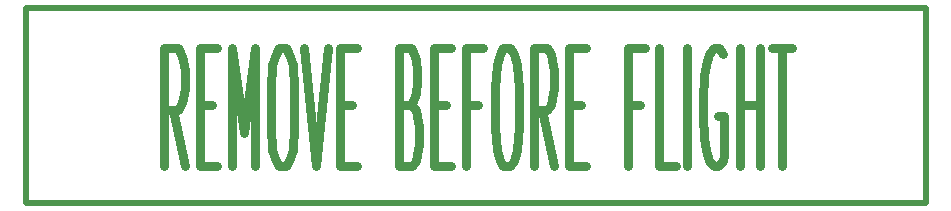
<source format=gbr>
%TF.GenerationSoftware,KiCad,Pcbnew,(5.1.12-1-10_14)*%
%TF.CreationDate,2022-04-14T08:48:01-04:00*%
%TF.ProjectId,Remove_Before_Flight,52656d6f-7665-45f4-9265-666f72655f46,rev?*%
%TF.SameCoordinates,Original*%
%TF.FileFunction,Legend,Top*%
%TF.FilePolarity,Positive*%
%FSLAX46Y46*%
G04 Gerber Fmt 4.6, Leading zero omitted, Abs format (unit mm)*
G04 Created by KiCad (PCBNEW (5.1.12-1-10_14)) date 2022-04-14 08:48:01*
%MOMM*%
%LPD*%
G01*
G04 APERTURE LIST*
%ADD10C,0.500000*%
%ADD11C,0.750000*%
G04 APERTURE END LIST*
D10*
X121920000Y-107950000D02*
X121920000Y-91440000D01*
X198120000Y-107950000D02*
X121920000Y-107950000D01*
X198120000Y-91440000D02*
X198120000Y-107950000D01*
X121920000Y-91440000D02*
X198120000Y-91440000D01*
D11*
X135377142Y-104853809D02*
X134377142Y-100091904D01*
X133662857Y-104853809D02*
X133662857Y-94853809D01*
X134805714Y-94853809D01*
X135091428Y-95330000D01*
X135234285Y-95806190D01*
X135377142Y-96758571D01*
X135377142Y-98187142D01*
X135234285Y-99139523D01*
X135091428Y-99615714D01*
X134805714Y-100091904D01*
X133662857Y-100091904D01*
X136662857Y-99615714D02*
X137662857Y-99615714D01*
X138091428Y-104853809D02*
X136662857Y-104853809D01*
X136662857Y-94853809D01*
X138091428Y-94853809D01*
X139377142Y-104853809D02*
X139377142Y-94853809D01*
X140377142Y-101996666D01*
X141377142Y-94853809D01*
X141377142Y-104853809D01*
X143377142Y-94853809D02*
X143948571Y-94853809D01*
X144234285Y-95330000D01*
X144520000Y-96282380D01*
X144662857Y-98187142D01*
X144662857Y-101520476D01*
X144520000Y-103425238D01*
X144234285Y-104377619D01*
X143948571Y-104853809D01*
X143377142Y-104853809D01*
X143091428Y-104377619D01*
X142805714Y-103425238D01*
X142662857Y-101520476D01*
X142662857Y-98187142D01*
X142805714Y-96282380D01*
X143091428Y-95330000D01*
X143377142Y-94853809D01*
X145520000Y-94853809D02*
X146520000Y-104853809D01*
X147520000Y-94853809D01*
X148520000Y-99615714D02*
X149520000Y-99615714D01*
X149948571Y-104853809D02*
X148520000Y-104853809D01*
X148520000Y-94853809D01*
X149948571Y-94853809D01*
X154519999Y-99615714D02*
X154948571Y-100091904D01*
X155091428Y-100568095D01*
X155234285Y-101520476D01*
X155234285Y-102949047D01*
X155091428Y-103901428D01*
X154948571Y-104377619D01*
X154662857Y-104853809D01*
X153519999Y-104853809D01*
X153519999Y-94853809D01*
X154519999Y-94853809D01*
X154805714Y-95330000D01*
X154948571Y-95806190D01*
X155091428Y-96758571D01*
X155091428Y-97710952D01*
X154948571Y-98663333D01*
X154805714Y-99139523D01*
X154519999Y-99615714D01*
X153519999Y-99615714D01*
X156519999Y-99615714D02*
X157519999Y-99615714D01*
X157948571Y-104853809D02*
X156519999Y-104853809D01*
X156519999Y-94853809D01*
X157948571Y-94853809D01*
X160234285Y-99615714D02*
X159234285Y-99615714D01*
X159234285Y-104853809D02*
X159234285Y-94853809D01*
X160662857Y-94853809D01*
X162377142Y-94853809D02*
X162948571Y-94853809D01*
X163234285Y-95330000D01*
X163519999Y-96282380D01*
X163662857Y-98187142D01*
X163662857Y-101520476D01*
X163519999Y-103425238D01*
X163234285Y-104377619D01*
X162948571Y-104853809D01*
X162377142Y-104853809D01*
X162091428Y-104377619D01*
X161805714Y-103425238D01*
X161662857Y-101520476D01*
X161662857Y-98187142D01*
X161805714Y-96282380D01*
X162091428Y-95330000D01*
X162377142Y-94853809D01*
X166662857Y-104853809D02*
X165662857Y-100091904D01*
X164948571Y-104853809D02*
X164948571Y-94853809D01*
X166091428Y-94853809D01*
X166377142Y-95330000D01*
X166519999Y-95806190D01*
X166662857Y-96758571D01*
X166662857Y-98187142D01*
X166519999Y-99139523D01*
X166377142Y-99615714D01*
X166091428Y-100091904D01*
X164948571Y-100091904D01*
X167948571Y-99615714D02*
X168948571Y-99615714D01*
X169377142Y-104853809D02*
X167948571Y-104853809D01*
X167948571Y-94853809D01*
X169377142Y-94853809D01*
X173948571Y-99615714D02*
X172948571Y-99615714D01*
X172948571Y-104853809D02*
X172948571Y-94853809D01*
X174377142Y-94853809D01*
X176948571Y-104853809D02*
X175520000Y-104853809D01*
X175520000Y-94853809D01*
X177948571Y-104853809D02*
X177948571Y-94853809D01*
X180948571Y-95330000D02*
X180662857Y-94853809D01*
X180234285Y-94853809D01*
X179805714Y-95330000D01*
X179519999Y-96282380D01*
X179377142Y-97234761D01*
X179234285Y-99139523D01*
X179234285Y-100568095D01*
X179377142Y-102472857D01*
X179519999Y-103425238D01*
X179805714Y-104377619D01*
X180234285Y-104853809D01*
X180519999Y-104853809D01*
X180948571Y-104377619D01*
X181091428Y-103901428D01*
X181091428Y-100568095D01*
X180519999Y-100568095D01*
X182377142Y-104853809D02*
X182377142Y-94853809D01*
X182377142Y-99615714D02*
X184091428Y-99615714D01*
X184091428Y-104853809D02*
X184091428Y-94853809D01*
X185091428Y-94853809D02*
X186805714Y-94853809D01*
X185948571Y-104853809D02*
X185948571Y-94853809D01*
M02*

</source>
